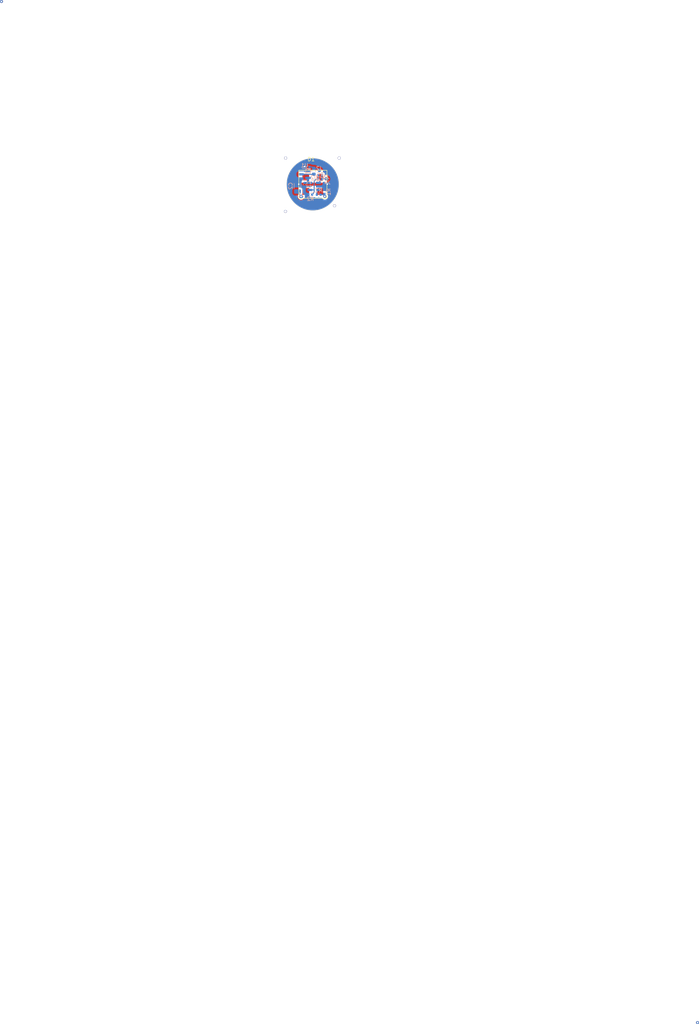
<source format=kicad_pcb>
(kicad_pcb (version 20241229) (generator "pcbnew") (generator_version "9.0")
  (layers (0 "F.Cu" signal) (2 "B.Cu" signal) (13 "F.Paste" user) (15 "B.Paste" user) (5 "F.SilkS" user "F.Silkscreen") (7 "B.SilkS" user "B.Silkscreen") (1 "F.Mask" user) (3 "B.Mask" user) (25 "Edge.Cuts" user))
  (net 0 "")
  (net 1 "Net-(C1-Pad2)")
  (net 2 "GND")
  (net 3 "+3V0")
  (net 4 "Net-(D1-A)")
  (net 5 "Net-(D1-C)")
  (net 6 "Net-(U1-VI)")
  (net 7 "Net-(U2--)")
  (net 8 "Net-(U2-+)")
  (net 9 "Net-(C4-Pad2)")
  (footprint "lib:EQR15_11-6060D-S" (layer "F.Cu") (at 95.023096 60.435)
    (property "Reference" "D1" (at -0.46 -6.72 0) (layer "F.SilkS"))
    (property "Value" "EQR15-11-6060D-S")
    (fp_rect (start -3.775 -3.775) (end 3.775 3.775) (stroke (width 0.15)) (fill no) (layer "F.SilkS"))
    (pad "1" smd custom (at -1.9 1.9) (size 1.8 1.8) (layers "F.Cu" "F.Mask" "F.Paste") (net 5 "Net-(D1-C)") (options (clearance outline) (anchor rect)) (primitives))
    (pad "2" smd roundrect (at 1.9 1.9) (size 1.8 1.8) (layers "F.Cu" "F.Mask" "F.Paste") (net 4 "Net-(D1-A)"))
    (pad "3" smd roundrect (at 1.9 -1.9) (size 1.8 1.8) (layers "F.Cu" "F.Mask" "F.Paste"))
    (pad "4" smd roundrect (at -1.9 -1.9) (size 1.8 1.8) (layers "F.Cu" "F.Mask" "F.Paste"))
  )
  (footprint "Capacitor_SMD:C_0402_1005Metric" (layer "B.Cu") (at 92.795 60.52 90)
    (property "Reference" "C3" (at 0 1.16 90) (layer "B.SilkS") (effects (justify mirror)))
    (property "Value" "10u")
    (fp_line (start -0.107836 -0.36) (end 0.107836 -0.36) (stroke (width 0.12)) (layer "B.SilkS"))
    (fp_line (start -0.107836 0.36) (end 0.107836 0.36) (stroke (width 0.12)) (layer "B.SilkS"))
    (pad "1" smd roundrect (at -0.48 0 90) (size 0.56 0.62) (layers "B.Cu" "B.Mask" "B.Paste") (net 2 "GND"))
    (pad "2" smd roundrect (at 0.48 0 90) (size 0.56 0.62) (layers "B.Cu" "B.Mask" "B.Paste") (net 3 "+3V0"))
  )
  (footprint "Capacitor_SMD:C_0402_1005Metric" (layer "B.Cu") (at 93.61 55.78)
    (property "Reference" "C1" (at 0 1.16 0) (layer "B.SilkS") (effects (justify mirror)))
    (property "Value" "10u")
    (fp_line (start -0.107836 -0.36) (end 0.107836 -0.36) (stroke (width 0.12)) (layer "B.SilkS"))
    (fp_line (start -0.107836 0.36) (end 0.107836 0.36) (stroke (width 0.12)) (layer "B.SilkS"))
    (pad "1" smd roundrect (at -0.48 0) (size 0.56 0.62) (layers "B.Cu" "B.Mask" "B.Paste") (net 2 "GND"))
    (pad "2" smd roundrect (at 0.48 0) (size 0.56 0.62) (layers "B.Cu" "B.Mask" "B.Paste") (net 1 "Net-(C1-Pad2)"))
  )
  (footprint "lib:conn_mini" (layer "B.Cu") (at 91.865 63.72 180)
    (property "Reference" "J1" (at 0 0.5 0) (layer "B.SilkS") (effects (justify mirror)))
    (property "Value" "Conn")
    (pad "1" smd circle (at 0 0 180) (size 1 1) (layers "B.Cu" "B.Mask" "B.Paste") (net 5 "Net-(D1-C)"))
  )
  (footprint "Resistor_SMD:R_0402_1005Metric" (layer "B.Cu") (at 96.99 59.02 180)
    (property "Reference" "R5" (at 0 1.17 0) (layer "B.SilkS") (effects (justify mirror)))
    (property "Value" "100k")
    (fp_line (start -0.153641 0.38) (end 0.153641 0.38) (stroke (width 0.12)) (layer "B.SilkS"))
    (fp_line (start -0.153641 -0.38) (end 0.153641 -0.38) (stroke (width 0.12)) (layer "B.SilkS"))
    (pad "1" smd roundrect (at -0.51 0 180) (size 0.54 0.64) (layers "B.Cu" "B.Mask" "B.Paste") (net 9 "Net-(C4-Pad2)"))
    (pad "2" smd roundrect (at 0.51 0 180) (size 0.54 0.64) (layers "B.Cu" "B.Mask" "B.Paste") (net 7 "Net-(U2--)"))
  )
  (footprint "lib:conn_mini" (layer "B.Cu") (at 96.76 56.64 180)
    (property "Reference" "J2" (at 0 0.5 0) (layer "B.SilkS") (effects (justify mirror)))
    (property "Value" "Conn")
    (pad "1" smd circle (at 0 0 180) (size 1 1) (layers "B.Cu" "B.Mask" "B.Paste") (net 1 "Net-(C1-Pad2)"))
  )
  (footprint "Package_TO_SOT_SMD:SOT-23-5" (layer "B.Cu") (at 95.375 60.9975 180)
    (property "Reference" "U2" (at 0 2.4 0) (layer "B.SilkS") (effects (justify mirror)))
    (property "Value" "OPA354")
    (fp_line (start 0 1.56) (end 0.8 1.56) (stroke (width 0.12)) (layer "B.SilkS"))
    (fp_line (start 0 1.56) (end -0.8 1.56) (stroke (width 0.12)) (layer "B.SilkS"))
    (fp_line (start 0 -1.56) (end 0.8 -1.56) (stroke (width 0.12)) (layer "B.SilkS"))
    (fp_line (start 0 -1.56) (end -0.8 -1.56) (stroke (width 0.12)) (layer "B.SilkS"))
    (fp_poly (pts (xy -1.3 1.51) (xy -1.54 1.84) (xy -1.06 1.84)) (stroke (width 0.12)) (fill yes) (layer "B.SilkS"))
    (pad "1" smd roundrect (at -1.1375 0.95 180) (size 1.325 0.6) (layers "B.Cu" "B.Mask" "B.Paste") (net 9 "Net-(C4-Pad2)"))
    (pad "2" smd roundrect (at -1.1375 0 180) (size 1.325 0.6) (layers "B.Cu" "B.Mask" "B.Paste") (net 2 "GND"))
    (pad "3" smd roundrect (at -1.1375 -0.95 180) (size 1.325 0.6) (layers "B.Cu" "B.Mask" "B.Paste") (net 8 "Net-(U2-+)"))
    (pad "4" smd roundrect (at 1.1375 -0.95 180) (size 1.325 0.6) (layers "B.Cu" "B.Mask" "B.Paste") (net 7 "Net-(U2--)"))
    (pad "5" smd roundrect (at 1.1375 0.95 180) (size 1.325 0.6) (layers "B.Cu" "B.Mask" "B.Paste") (net 3 "+3V0"))
  )
  (footprint "Resistor_SMD:R_0402_1005Metric" (layer "B.Cu") (at 96.59 63.22 180)
    (property "Reference" "R7" (at 0 1.17 0) (layer "B.SilkS") (effects (justify mirror)))
    (property "Value" "10k")
    (fp_line (start -0.153641 0.38) (end 0.153641 0.38) (stroke (width 0.12)) (layer "B.SilkS"))
    (fp_line (start -0.153641 -0.38) (end 0.153641 -0.38) (stroke (width 0.12)) (layer "B.SilkS"))
    (pad "1" smd roundrect (at -0.51 0 180) (size 0.54 0.64) (layers "B.Cu" "B.Mask" "B.Paste") (net 4 "Net-(D1-A)"))
    (pad "2" smd roundrect (at 0.51 0 180) (size 0.54 0.64) (layers "B.Cu" "B.Mask" "B.Paste") (net 8 "Net-(U2-+)"))
  )
  (footprint "Inductor_SMD:L_0603_1608Metric" (layer "B.Cu") (at 95.28 56.95 -90)
    (property "Reference" "L1" (at 0 1.43 90) (layer "B.SilkS") (effects (justify mirror)))
    (property "Value" "47uH")
    (fp_line (start -0.162779 0.51) (end 0.162779 0.51) (stroke (width 0.12)) (layer "B.SilkS"))
    (fp_line (start -0.162779 -0.51) (end 0.162779 -0.51) (stroke (width 0.12)) (layer "B.SilkS"))
    (pad "1" smd roundrect (at -0.7875 0 270) (size 0.875 0.95) (layers "B.Cu" "B.Mask" "B.Paste") (net 1 "Net-(C1-Pad2)"))
    (pad "2" smd roundrect (at 0.7875 0 270) (size 0.875 0.95) (layers "B.Cu" "B.Mask" "B.Paste") (net 6 "Net-(U1-VI)"))
  )
  (footprint "lib:conn_mini" (layer "B.Cu") (at 98.7 58.96 180)
    (property "Reference" "J3" (at 0 0.5 0) (layer "B.SilkS") (effects (justify mirror)))
    (property "Value" "Conn")
    (pad "1" smd circle (at 0 0 180) (size 1 1) (layers "B.Cu" "B.Mask" "B.Paste") (net 9 "Net-(C4-Pad2)"))
  )
  (footprint "Package_TO_SOT_SMD:SOT-23" (layer "B.Cu") (at 92.7825 57.76 180)
    (property "Reference" "U1" (at 0 2.4 0) (layer "B.SilkS") (effects (justify mirror)))
    (property "Value" "MCP1700x-280xxTT")
    (fp_line (start 0 1.56) (end 0.65 1.56) (stroke (width 0.12)) (layer "B.SilkS"))
    (fp_line (start 0 1.56) (end -1.675 1.56) (stroke (width 0.12)) (layer "B.SilkS"))
    (fp_line (start 0 -1.56) (end 0.65 -1.56) (stroke (width 0.12)) (layer "B.SilkS"))
    (fp_line (start 0 -1.56) (end -0.65 -1.56) (stroke (width 0.12)) (layer "B.SilkS"))
    (pad "1" smd roundrect (at -0.9375 0.95 180) (size 1.475 0.6) (layers "B.Cu" "B.Mask" "B.Paste") (net 2 "GND"))
    (pad "2" smd roundrect (at -0.9375 -0.95 180) (size 1.475 0.6) (layers "B.Cu" "B.Mask" "B.Paste") (net 3 "+3V0"))
    (pad "3" smd roundrect (at 0.9375 0 180) (size 1.475 0.6) (layers "B.Cu" "B.Mask" "B.Paste") (net 6 "Net-(U1-VI)"))
  )
  (footprint "Resistor_SMD:R_0402_1005Metric" (layer "B.Cu") (at 94.32 63.195)
    (property "Reference" "R2" (at 0 1.17 0) (layer "B.SilkS") (effects (justify mirror)))
    (property "Value" "10k")
    (fp_line (start -0.153641 -0.38) (end 0.153641 -0.38) (stroke (width 0.12)) (layer "B.SilkS"))
    (fp_line (start -0.153641 0.38) (end 0.153641 0.38) (stroke (width 0.12)) (layer "B.SilkS"))
    (pad "1" smd roundrect (at -0.51 0) (size 0.54 0.64) (layers "B.Cu" "B.Mask" "B.Paste") (net 2 "GND"))
    (pad "2" smd roundrect (at 0.51 0) (size 0.54 0.64) (layers "B.Cu" "B.Mask" "B.Paste") (net 7 "Net-(U2--)"))
  )
  (footprint "Capacitor_SMD:C_0402_1005Metric" (layer "B.Cu") (at 96.98 57.96)
    (property "Reference" "C4" (at 0 1.16 180) (layer "B.SilkS") (effects (justify mirror)))
    (property "Value" "2p")
    (fp_line (start -0.107836 -0.36) (end 0.107836 -0.36) (stroke (width 0.12)) (layer "B.SilkS"))
    (fp_line (start -0.107836 0.36) (end 0.107836 0.36) (stroke (width 0.12)) (layer "B.SilkS"))
    (pad "1" smd roundrect (at -0.48 0) (size 0.56 0.62) (layers "B.Cu" "B.Mask" "B.Paste") (net 7 "Net-(U2--)"))
    (pad "2" smd roundrect (at 0.48 0) (size 0.56 0.62) (layers "B.Cu" "B.Mask" "B.Paste") (net 9 "Net-(C4-Pad2)"))
  )
  (footprint "Capacitor_SMD:C_1206_3216Metric" (layer "B.Cu") (at 90.895 60.89 -90)
    (property "Reference" "C2" (at 0 1.85 90) (layer "B.SilkS") (effects (justify mirror)))
    (property "Value" "10u")
    (fp_line (start -0.711252 0.91) (end 0.711252 0.91) (stroke (width 0.12)) (layer "B.SilkS"))
    (fp_line (start -0.711252 -0.91) (end 0.711252 -0.91) (stroke (width 0.12)) (layer "B.SilkS"))
    (pad "1" smd roundrect (at -1.475 0 270) (size 1.15 1.8) (layers "B.Cu" "B.Mask" "B.Paste") (roundrect_rratio 0.217391) (net 2 "GND"))
    (pad "2" smd roundrect (at 1.475 0 270) (size 1.15 1.8) (layers "B.Cu" "B.Mask" "B.Paste") (roundrect_rratio 0.217391) (net 5 "Net-(D1-C)"))
  )
  (footprint "lib:conn_mini" (layer "B.Cu") (at 98.925 60.41 180)
    (property "Reference" "J4" (at 0 0.5 0) (layer "B.SilkS") (effects (justify mirror)))
    (property "Value" "Conn")
    (pad "1" smd circle (at 0 0 180) (size 1 1) (layers "B.Cu" "B.Mask" "B.Paste") (net 2 "GND"))
  )
  (footprint "Resistor_SMD:R_0402_1005Metric" (layer "B.Cu") (at 98.115 62.47 90)
    (property "Reference" "R1" (at 0 1.17 90) (layer "B.SilkS") (effects (justify mirror)))
    (property "Value" "1k")
    (fp_line (start -0.153641 -0.38) (end 0.153641 -0.38) (stroke (width 0.12)) (layer "B.SilkS"))
    (fp_line (start -0.153641 0.38) (end 0.153641 0.38) (stroke (width 0.12)) (layer "B.SilkS"))
    (pad "1" smd roundrect (at -0.51 0 90) (size 0.54 0.64) (layers "B.Cu" "B.Mask" "B.Paste") (net 4 "Net-(D1-A)"))
    (pad "2" smd roundrect (at 0.51 0 90) (size 0.54 0.64) (layers "B.Cu" "B.Mask" "B.Paste") (net 2 "GND"))
  )
  (gr_circle (center 94.99 60.445) (end 101.99 60.445) (stroke (width 0.1)) (fill no) (layer "Edge.Cuts"))
  (via (at 198.39 285.68) (size 0.8) (drill 0.4) (layers "F.Cu" "B.Cu") (net 0))
  (via (at 87.7 53.38) (size 0.8) (drill 0.7) (layers "F.Cu" "B.Cu") (net 0))
  (via (at 102.1 53.38) (size 0.8) (drill 0.7) (layers "F.Cu" "B.Cu") (net 0))
  (via (at 87.66 67.71) (size 0.8) (drill 0.7) (layers "F.Cu" "B.Cu") (net 0))
  (via (at 11.35 11.31) (size 0.8) (drill 0.4) (layers "F.Cu" "B.Cu") (net 0))
  (via (at 100.84 66.18) (size 0.8) (drill 0.7) (layers "F.Cu" "B.Cu") (net 0))
  (segment (start 94.09 55.78) (end 94.623286 55.78) (width 0.25) (layer "B.Cu") (net 1))
  (segment (start 95.43 56.1725) (end 95.878286 56.1725) (width 0.25) (layer "B.Cu") (net 1))
  (segment (start 96.585393 56.465393) (end 96.76 56.64) (width 0.25) (layer "B.Cu") (net 1))
  (segment (start 95.330393 56.072893) (end 95.43 56.1725) (width 0.25) (layer "B.Cu") (net 1))
  (arc (start 94.623286 55.78) (mid 95.005969 55.85612) (end 95.330393 56.072893) (width 0.25) (layer "B.Cu") (net 1))
  (arc (start 95.878286 56.1725) (mid 96.260969 56.24862) (end 96.585393 56.465393) (width 0.25) (layer "B.Cu") (net 1))
  (segment (start 99.465 60.395) (end 90.69 60.395) (width 0.8) (layer "F.Cu") (net 2))
  (via (at 98.89 60.395) (size 0.8) (drill 0.4) (layers "F.Cu" "B.Cu") (net 2))
  (via (at 91.245 60.4) (size 0.8) (drill 0.4) (layers "F.Cu" "B.Cu") (net 2))
  (via (at 92.76 55.67) (size 0.8) (drill 0.4) (layers "F.Cu" "B.Cu") (net 2))
  (segment (start 96.5075 60.995) (end 98.29 60.995) (width 0.6) (layer "B.Cu") (net 2))
  (segment (start 92.795 61) (end 92.795 62.795) (width 0.6) (layer "B.Cu") (net 2))
  (segment (start 92.795 62.795) (end 93.195 63.195) (width 0.6) (layer "B.Cu") (net 2))
  (segment (start 98.29 60.995) (end 98.89 60.395) (width 0.6) (layer "B.Cu") (net 2))
  (segment (start 93.195 63.195) (end 93.81 63.195) (width 0.6) (layer "B.Cu") (net 2))
  (segment (start 92.795 60.04) (end 94.2275 60.04) (width 0.5) (layer "B.Cu") (net 3))
  (segment (start 93.72 59.985) (end 93.72 58.935) (width 0.6) (layer "B.Cu") (net 3))
  (segment (start 94.2275 60.04) (end 94.2325 60.045) (width 0.25) (layer "B.Cu") (net 3))
  (segment (start 98.24 63.67) (end 98.24 63.651904) (width 0.25) (layer "F.Cu") (net 4))
  (segment (start 98.24 63.651904) (end 96.923096 62.335) (width 0.25) (layer "F.Cu") (net 4))
  (via (at 98.24 63.67) (size 0.8) (drill 0.4) (layers "F.Cu" "B.Cu") (net 4))
  (segment (start 98.24 63.67) (end 98.24 63.195) (width 0.25) (layer "B.Cu") (net 4))
  (segment (start 97.1 63.22) (end 98.215 63.22) (width 0.25) (layer "B.Cu") (net 4))
  (segment (start 98.24 63.195) (end 98.24 63.105) (width 0.25) (layer "B.Cu") (net 4))
  (segment (start 98.215 63.22) (end 98.24 63.195) (width 0.25) (layer "B.Cu") (net 4))
  (segment (start 98.24 63.105) (end 98.115 62.98) (width 0.25) (layer "B.Cu") (net 4))
  (segment (start 91.815 63.643096) (end 93.123096 62.335) (width 0.25) (layer "F.Cu") (net 5))
  (segment (start 91.815 63.645) (end 91.815 63.643096) (width 0.25) (layer "F.Cu") (net 5))
  (via (at 91.865 63.67) (size 0.8) (drill 0.4) (layers "F.Cu" "B.Cu") (net 5))
  (segment (start 90.895 62.365) (end 90.895 62.7) (width 0.25) (layer "B.Cu") (net 5))
  (segment (start 90.895 62.7) (end 91.865 63.67) (width 0.25) (layer "B.Cu") (net 5))
  (segment (start 95.4175 57.76) (end 95.43 57.7475) (width 0.25) (layer "B.Cu") (net 6))
  (segment (start 91.845 57.76) (end 95.4175 57.76) (width 0.25) (layer "B.Cu") (net 6))
  (segment (start 95.37 61.97) (end 95.37 59.851371) (width 0.25) (layer "B.Cu") (net 7))
  (segment (start 95.604315 59.285685) (end 95.635686 59.254314) (width 0.25) (layer "B.Cu") (net 7))
  (segment (start 96.5 59) (end 96.48 59.02) (width 0.25) (layer "B.Cu") (net 7))
  (segment (start 96.5 57.96) (end 96.5 59) (width 0.25) (layer "B.Cu") (net 7))
  (segment (start 95.345 61.945) (end 95.37 61.97) (width 0.25) (layer "B.Cu") (net 7))
  (segment (start 95.37 61.97) (end 95.37 62.240786) (width 0.25) (layer "B.Cu") (net 7))
  (segment (start 94.2325 61.945) (end 95.345 61.945) (width 0.25) (layer "B.Cu") (net 7))
  (segment (start 95.077107 62.947893) (end 94.83 63.195) (width 0.25) (layer "B.Cu") (net 7))
  (segment (start 96.201371 59.02) (end 96.48 59.02) (width 0.25) (layer "B.Cu") (net 7))
  (arc (start 95.635686 59.254314) (mid 95.895225 59.080896) (end 96.201371 59.02) (width 0.25) (layer "B.Cu") (net 7))
  (arc (start 95.37 59.851371) (mid 95.430897 59.545224) (end 95.604315 59.285685) (width 0.25) (layer "B.Cu") (net 7))
  (arc (start 95.37 62.240786) (mid 95.29388 62.623469) (end 95.077107 62.947893) (width 0.25) (layer "B.Cu") (net 7))
  (segment (start 96.372893 62.079607) (end 96.5075 61.945) (width 0.25) (layer "B.Cu") (net 8))
  (segment (start 96.08 63.22) (end 96.08 62.786714) (width 0.25) (layer "B.Cu") (net 8))
  (arc (start 96.372893 62.079607) (mid 96.15612 62.40403) (end 96.08 62.786714) (width 0.25) (layer "B.Cu") (net 8))
  (segment (start 98.7 58.96) (end 97.56 58.96) (width 0.25) (layer "B.Cu") (net 9))
  (segment (start 97.46 57.96) (end 97.46 58.98) (width 0.25) (layer "B.Cu") (net 9))
  (segment (start 97.5 59.06) (end 96.5125 60.0475) (width 0.25) (layer "B.Cu") (net 9))
  (segment (start 97.46 58.98) (end 97.5 59.02) (width 0.25) (layer "B.Cu") (net 9))
  (segment (start 97.56 58.96) (end 97.5 59.02) (width 0.25) (layer "B.Cu") (net 9))
  (segment (start 97.5 59.02) (end 97.5 59.06) (width 0.25) (layer "B.Cu") (net 9))
  (zone (net 0) (net_name "") (layer "F.Cu") (connect_pads yes (clearance 0)) (min_thickness 0.254)
    (keepout (tracks allowed) (vias allowed) (pads allowed) (copperpour not_allowed) (footprints allowed))
    (fill (thermal_gap 0.508) (thermal_bridge_width 0.508))
    (polygon (pts (xy 98.89 64.295) (xy 91.14 64.295) (xy 91.14 56.595) (xy 98.89 56.595)))
  )
  (zone (net 2) (net_name "GND") (layers "F.Cu" "B.Cu") (connect_pads yes (clearance 0.508)) (min_thickness 0.254) (fill yes (thermal_gap 0.508) (thermal_bridge_width 0.508))
    (polygon (pts (xy 102.315 67.82) (xy 87.59 67.82) (xy 87.59 53.195) (xy 102.315 53.195)))
  )
)
</source>
